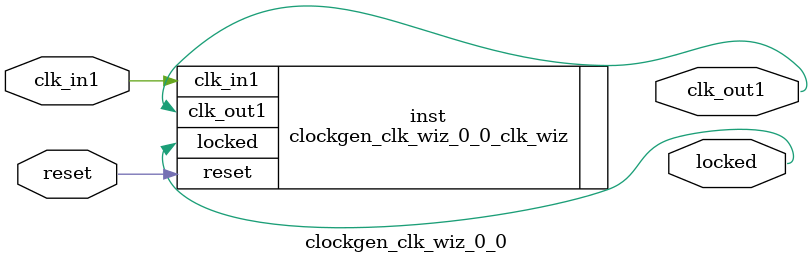
<source format=v>


`timescale 1ps/1ps

(* CORE_GENERATION_INFO = "clockgen_clk_wiz_0_0,clk_wiz_v6_0_4_0_0,{component_name=clockgen_clk_wiz_0_0,use_phase_alignment=false,use_min_o_jitter=true,use_max_i_jitter=false,use_dyn_phase_shift=false,use_inclk_switchover=false,use_dyn_reconfig=false,enable_axi=0,feedback_source=FDBK_AUTO,PRIMITIVE=MMCM,num_out_clk=1,clkin1_period=83.333,clkin2_period=10.0,use_power_down=false,use_reset=true,use_locked=true,use_inclk_stopped=false,feedback_type=SINGLE,CLOCK_MGR_TYPE=NA,manual_override=false}" *)

module clockgen_clk_wiz_0_0 
 (
  // Clock out ports
  output        clk_out1,
  // Status and control signals
  input         reset,
  output        locked,
 // Clock in ports
  input         clk_in1
 );

  clockgen_clk_wiz_0_0_clk_wiz inst
  (
  // Clock out ports  
  .clk_out1(clk_out1),
  // Status and control signals               
  .reset(reset), 
  .locked(locked),
 // Clock in ports
  .clk_in1(clk_in1)
  );

endmodule

</source>
